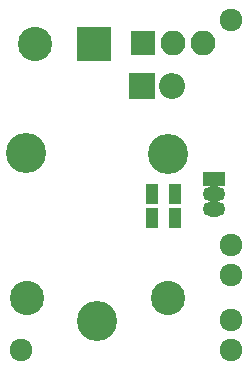
<source format=gbs>
G04 #@! TF.FileFunction,Soldermask,Bot*
%FSLAX46Y46*%
G04 Gerber Fmt 4.6, Leading zero omitted, Abs format (unit mm)*
G04 Created by KiCad (PCBNEW 4.0.6+dfsg1-1) date Mon Feb 26 15:54:24 2018*
%MOMM*%
%LPD*%
G01*
G04 APERTURE LIST*
%ADD10C,0.100000*%
%ADD11C,1.924000*%
%ADD12R,2.200000X2.200000*%
%ADD13O,2.200000X2.200000*%
%ADD14R,2.100000X2.100000*%
%ADD15O,2.100000X2.100000*%
%ADD16R,2.900000X2.900000*%
%ADD17C,2.900000*%
%ADD18R,1.100000X1.700000*%
%ADD19C,3.400000*%
%ADD20O,1.901140X1.299160*%
%ADD21R,1.901140X1.299160*%
G04 APERTURE END LIST*
D10*
D11*
X19121120Y1346200D03*
X19121120Y3886200D03*
X19121120Y7696200D03*
X19121120Y10236200D03*
X1341120Y1346200D03*
X19121120Y29286200D03*
D12*
X11628120Y23698200D03*
D13*
X14168120Y23698200D03*
D14*
X11691620Y27317700D03*
D15*
X14231620Y27317700D03*
X16771620Y27317700D03*
D16*
X7564120Y27254200D03*
D17*
X2564120Y27254200D03*
D18*
X14356120Y14554200D03*
X12456120Y14554200D03*
D17*
X13817320Y5734600D03*
D19*
X13817320Y17934600D03*
X1767320Y17984600D03*
D17*
X1817320Y5734600D03*
D19*
X7767320Y3784600D03*
D20*
X17724120Y14554200D03*
X17724120Y13284200D03*
D21*
X17724120Y15824200D03*
D18*
X14356120Y12522200D03*
X12456120Y12522200D03*
M02*

</source>
